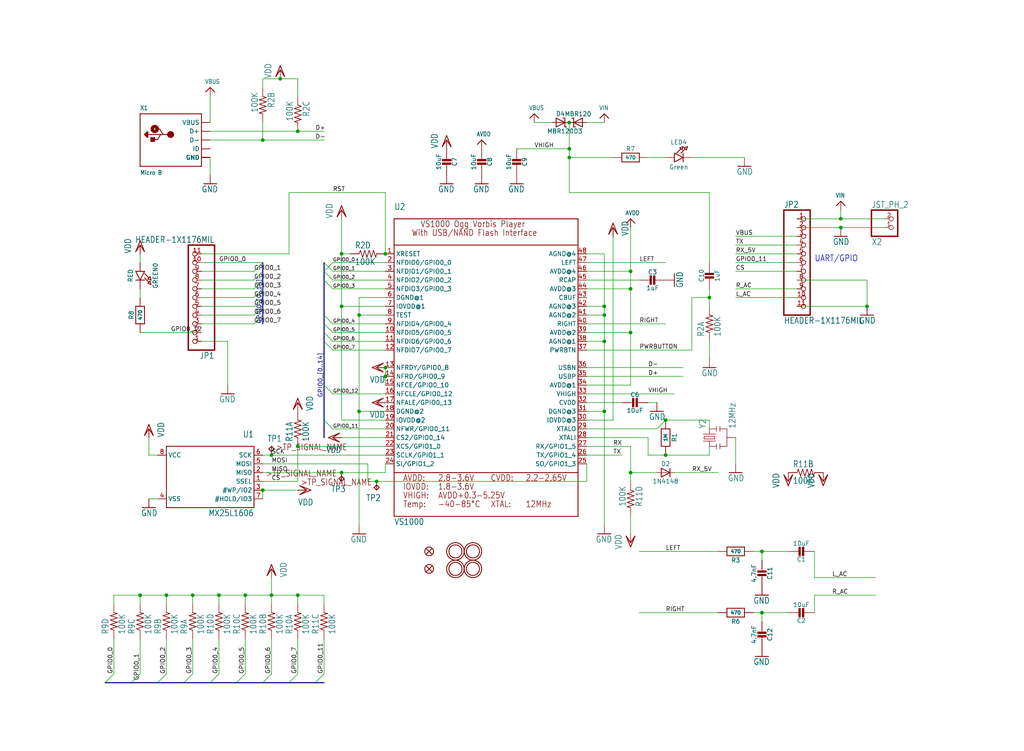
<source format=kicad_sch>
(kicad_sch (version 20211123) (generator eeschema)
  (paper "User" 297.002 217.932)
  (junction (at 175.26 119.38))
  (junction (at 220.98 160.02))
  (junction (at 71.12 172.72))
  (junction (at 243.84 63.5))
  (junction (at 243.84 66.04))
  (junction (at 182.88 137.16))
  (junction (at 104.14 91.44))
  (junction (at 111.76 109.22))
  (junction (at 86.36 129.54))
  (junction (at 76.2 40.64))
  (junction (at 63.5 172.72))
  (junction (at 175.26 99.06))
  (junction (at 99.06 88.9))
  (junction (at 193.04 132.08))
  (junction (at 182.88 83.82))
  (junction (at 78.74 132.08))
  (junction (at 175.26 91.44))
  (junction (at 40.64 172.72))
  (junction (at 86.36 172.72))
  (junction (at 76.2 142.24))
  (junction (at 251.46 88.9))
  (junction (at 193.04 121.92))
  (junction (at 165.1 43.18))
  (junction (at 109.22 139.7))
  (junction (at 165.1 45.72))
  (junction (at 86.36 38.1))
  (junction (at 111.76 106.68))
  (junction (at 182.88 96.52))
  (junction (at 182.88 78.74))
  (junction (at 175.26 88.9))
  (junction (at 111.76 73.66))
  (junction (at 104.14 119.38))
  (junction (at 165.1 35.56))
  (junction (at 205.74 86.36))
  (junction (at 99.06 73.66))
  (junction (at 78.74 172.72))
  (junction (at 99.06 137.16))
  (junction (at 220.98 177.8))
  (junction (at 55.88 172.72))
  (junction (at 81.28 22.86))
  (junction (at 48.26 172.72))
  (bus_entry (at 55.88 195.58) (size -2.54 2.54))
  (bus_entry (at 40.64 195.58) (size -2.54 2.54))
  (bus_entry (at 63.5 195.58) (size -2.54 2.54))
  (bus_entry (at 96.52 83.82) (size -2.54 -2.54))
  (bus_entry (at 96.52 96.52) (size -2.54 -2.54))
  (bus_entry (at 73.66 86.36) (size 2.54 -2.54))
  (bus_entry (at 93.98 195.58) (size -2.54 2.54))
  (bus_entry (at 73.66 78.74) (size 2.54 -2.54))
  (bus_entry (at 78.74 195.58) (size -2.54 2.54))
  (bus_entry (at 96.52 114.3) (size -2.54 -2.54))
  (bus_entry (at 96.52 99.06) (size -2.54 -2.54))
  (bus_entry (at 86.36 195.58) (size -2.54 2.54))
  (bus_entry (at 73.66 81.28) (size 2.54 -2.54))
  (bus_entry (at 96.52 101.6) (size -2.54 -2.54))
  (bus_entry (at 73.66 91.44) (size 2.54 -2.54))
  (bus_entry (at 73.66 93.98) (size 2.54 -2.54))
  (bus_entry (at 96.52 81.28) (size -2.54 -2.54))
  (bus_entry (at 73.66 83.82) (size 2.54 -2.54))
  (bus_entry (at 96.52 93.98) (size -2.54 -2.54))
  (bus_entry (at 73.66 88.9) (size 2.54 -2.54))
  (bus_entry (at 48.26 195.58) (size -2.54 2.54))
  (bus_entry (at 96.52 78.74) (size -2.54 -2.54))
  (bus_entry (at 33.02 195.58) (size -2.54 2.54))
  (bus_entry (at 96.52 124.46) (size -2.54 -2.54))
  (bus_entry (at 96.52 76.2) (size -2.54 2.54))
  (bus_entry (at 71.12 195.58) (size -2.54 2.54))
  (wire (pts (xy 170.18 139.7) (xy 170.18 134.62)))
  (wire (pts (xy 78.74 132.08) (xy 76.2 132.08)))
  (wire (pts (xy 111.76 99.06) (xy 96.52 99.06)))
  (wire (pts (xy 213.36 86.36) (xy 231.14 86.36)))
  (wire (pts (xy 243.84 66.04) (xy 231.14 66.04)))
  (wire (pts (xy 220.98 177.8) (xy 228.6 177.8)))
  (wire (pts (xy 111.76 86.36) (xy 104.14 86.36)))
  (bus (pts (xy 68.58 198.12) (xy 76.2 198.12)))
  (wire (pts (xy 111.76 129.54) (xy 86.36 129.54)))
  (wire (pts (xy 58.42 99.06) (xy 66.04 99.06)))
  (bus (pts (xy 76.2 86.36) (xy 76.2 88.9)))
  (bus (pts (xy 93.98 78.74) (xy 93.98 81.28)))
  (wire (pts (xy 106.68 139.7) (xy 109.22 139.7)))
  (wire (pts (xy 182.88 96.52) (xy 182.88 83.82)))
  (wire (pts (xy 236.22 177.8) (xy 236.22 172.72)))
  (wire (pts (xy 78.74 175.26) (xy 78.74 172.72)))
  (wire (pts (xy 58.42 73.66) (xy 83.82 73.66)))
  (wire (pts (xy 182.88 83.82) (xy 182.88 78.74)))
  (wire (pts (xy 40.64 73.66) (xy 40.64 76.2)))
  (wire (pts (xy 170.18 73.66) (xy 175.26 73.66)))
  (wire (pts (xy 104.14 119.38) (xy 104.14 152.4)))
  (wire (pts (xy 93.98 40.64) (xy 76.2 40.64)))
  (wire (pts (xy 58.42 88.9) (xy 73.66 88.9)))
  (wire (pts (xy 205.74 86.36) (xy 205.74 88.9)))
  (wire (pts (xy 190.5 124.46) (xy 193.04 121.92)))
  (wire (pts (xy 43.18 127) (xy 43.18 132.08)))
  (wire (pts (xy 40.64 175.26) (xy 40.64 172.72)))
  (wire (pts (xy 99.06 88.9) (xy 99.06 73.66)))
  (wire (pts (xy 109.22 139.7) (xy 170.18 139.7)))
  (bus (pts (xy 93.98 96.52) (xy 93.98 99.06)))
  (wire (pts (xy 83.82 55.88) (xy 111.76 55.88)))
  (wire (pts (xy 111.76 83.82) (xy 96.52 83.82)))
  (wire (pts (xy 165.1 45.72) (xy 165.1 55.88)))
  (wire (pts (xy 111.76 88.9) (xy 99.06 88.9)))
  (wire (pts (xy 40.64 83.82) (xy 40.64 86.36)))
  (wire (pts (xy 231.14 88.9) (xy 251.46 88.9)))
  (wire (pts (xy 93.98 175.26) (xy 93.98 172.72)))
  (bus (pts (xy 76.2 198.12) (xy 83.82 198.12)))
  (wire (pts (xy 170.18 76.2) (xy 193.04 76.2)))
  (bus (pts (xy 93.98 121.92) (xy 93.98 127)))
  (wire (pts (xy 175.26 88.9) (xy 170.18 88.9)))
  (wire (pts (xy 193.04 121.92) (xy 205.74 121.92)))
  (wire (pts (xy 58.42 91.44) (xy 73.66 91.44)))
  (wire (pts (xy 58.42 76.2) (xy 76.2 76.2)))
  (wire (pts (xy 111.76 96.52) (xy 96.52 96.52)))
  (wire (pts (xy 78.74 167.64) (xy 78.74 172.72)))
  (wire (pts (xy 170.18 132.08) (xy 180.34 132.08)))
  (wire (pts (xy 220.98 177.8) (xy 220.98 180.34)))
  (wire (pts (xy 175.26 73.66) (xy 175.26 88.9)))
  (wire (pts (xy 55.88 195.58) (xy 55.88 185.42)))
  (wire (pts (xy 251.46 81.28) (xy 251.46 88.9)))
  (bus (pts (xy 93.98 91.44) (xy 93.98 93.98)))
  (wire (pts (xy 190.5 137.16) (xy 182.88 137.16)))
  (wire (pts (xy 165.1 43.18) (xy 165.1 45.72)))
  (wire (pts (xy 111.76 93.98) (xy 96.52 93.98)))
  (wire (pts (xy 58.42 93.98) (xy 73.66 93.98)))
  (bus (pts (xy 93.98 99.06) (xy 93.98 111.76)))
  (wire (pts (xy 58.42 81.28) (xy 73.66 81.28)))
  (wire (pts (xy 111.76 111.76) (xy 111.76 109.22)))
  (wire (pts (xy 86.36 172.72) (xy 93.98 172.72)))
  (bus (pts (xy 93.98 111.76) (xy 93.98 121.92)))
  (wire (pts (xy 76.2 134.62) (xy 106.68 134.62)))
  (wire (pts (xy 99.06 137.16) (xy 111.76 137.16)))
  (wire (pts (xy 231.14 78.74) (xy 213.36 78.74)))
  (wire (pts (xy 111.76 132.08) (xy 78.74 132.08)))
  (wire (pts (xy 187.96 127) (xy 170.18 127)))
  (wire (pts (xy 111.76 55.88) (xy 111.76 73.66)))
  (wire (pts (xy 170.18 114.3) (xy 195.58 114.3)))
  (wire (pts (xy 231.14 73.66) (xy 213.36 73.66)))
  (wire (pts (xy 170.18 35.56) (xy 175.26 35.56)))
  (wire (pts (xy 86.36 22.86) (xy 86.36 27.94)))
  (wire (pts (xy 66.04 99.06) (xy 66.04 111.76)))
  (wire (pts (xy 175.26 119.38) (xy 175.26 152.4)))
  (wire (pts (xy 165.1 55.88) (xy 205.74 55.88)))
  (bus (pts (xy 93.98 81.28) (xy 93.98 91.44)))
  (wire (pts (xy 58.42 83.82) (xy 73.66 83.82)))
  (bus (pts (xy 60.96 198.12) (xy 68.58 198.12)))
  (wire (pts (xy 231.14 71.12) (xy 213.36 71.12)))
  (bus (pts (xy 93.98 76.2) (xy 93.98 78.74)))
  (wire (pts (xy 175.26 99.06) (xy 175.26 119.38)))
  (wire (pts (xy 205.74 83.82) (xy 205.74 86.36)))
  (wire (pts (xy 170.18 129.54) (xy 182.88 129.54)))
  (wire (pts (xy 76.2 40.64) (xy 60.96 40.64)))
  (wire (pts (xy 170.18 93.98) (xy 193.04 93.98)))
  (wire (pts (xy 200.66 101.6) (xy 200.66 86.36)))
  (wire (pts (xy 254 167.64) (xy 236.22 167.64)))
  (wire (pts (xy 170.18 121.92) (xy 177.8 121.92)))
  (wire (pts (xy 104.14 91.44) (xy 104.14 119.38)))
  (wire (pts (xy 111.76 127) (xy 99.06 127)))
  (wire (pts (xy 182.88 78.74) (xy 182.88 66.04)))
  (wire (pts (xy 231.14 76.2) (xy 213.36 76.2)))
  (wire (pts (xy 111.76 137.16) (xy 111.76 134.62)))
  (bus (pts (xy 76.2 91.44) (xy 76.2 93.98)))
  (wire (pts (xy 58.42 86.36) (xy 73.66 86.36)))
  (bus (pts (xy 30.48 198.12) (xy 38.1 198.12)))
  (bus (pts (xy 83.82 198.12) (xy 91.44 198.12)))
  (wire (pts (xy 76.2 25.4) (xy 76.2 22.86)))
  (wire (pts (xy 205.74 104.14) (xy 205.74 99.06)))
  (wire (pts (xy 205.74 129.54) (xy 205.74 132.08)))
  (wire (pts (xy 111.76 76.2) (xy 96.52 76.2)))
  (wire (pts (xy 187.96 132.08) (xy 187.96 127)))
  (wire (pts (xy 185.42 177.8) (xy 208.28 177.8)))
  (wire (pts (xy 78.74 172.72) (xy 86.36 172.72)))
  (wire (pts (xy 187.96 116.84) (xy 190.5 116.84)))
  (wire (pts (xy 185.42 160.02) (xy 208.28 160.02)))
  (wire (pts (xy 175.26 91.44) (xy 175.26 99.06)))
  (wire (pts (xy 200.66 45.72) (xy 215.9 45.72)))
  (wire (pts (xy 170.18 111.76) (xy 182.88 111.76)))
  (wire (pts (xy 218.44 177.8) (xy 220.98 177.8)))
  (wire (pts (xy 86.36 38.1) (xy 93.98 38.1)))
  (wire (pts (xy 170.18 109.22) (xy 198.12 109.22)))
  (wire (pts (xy 111.76 101.6) (xy 96.52 101.6)))
  (bus (pts (xy 76.2 88.9) (xy 76.2 91.44)))
  (wire (pts (xy 76.2 142.24) (xy 86.36 142.24)))
  (wire (pts (xy 170.18 119.38) (xy 175.26 119.38)))
  (wire (pts (xy 182.88 129.54) (xy 182.88 137.16)))
  (wire (pts (xy 33.02 195.58) (xy 33.02 185.42)))
  (wire (pts (xy 170.18 96.52) (xy 182.88 96.52)))
  (wire (pts (xy 177.8 45.72) (xy 165.1 45.72)))
  (wire (pts (xy 154.94 35.56) (xy 160.02 35.56)))
  (wire (pts (xy 200.66 86.36) (xy 205.74 86.36)))
  (wire (pts (xy 213.36 127) (xy 213.36 134.62)))
  (wire (pts (xy 111.76 114.3) (xy 96.52 114.3)))
  (wire (pts (xy 243.84 63.5) (xy 243.84 60.96)))
  (wire (pts (xy 111.76 121.92) (xy 99.06 121.92)))
  (wire (pts (xy 86.36 129.54) (xy 86.36 139.7)))
  (wire (pts (xy 55.88 175.26) (xy 55.88 172.72)))
  (wire (pts (xy 93.98 185.42) (xy 93.98 195.58)))
  (wire (pts (xy 48.26 175.26) (xy 48.26 172.72)))
  (wire (pts (xy 111.76 106.68) (xy 111.76 109.22)))
  (bus (pts (xy 53.34 198.12) (xy 60.96 198.12)))
  (wire (pts (xy 170.18 83.82) (xy 182.88 83.82)))
  (wire (pts (xy 63.5 175.26) (xy 63.5 172.72)))
  (wire (pts (xy 60.96 50.8) (xy 60.96 45.72)))
  (wire (pts (xy 195.58 137.16) (xy 208.28 137.16)))
  (wire (pts (xy 48.26 172.72) (xy 55.88 172.72)))
  (bus (pts (xy 76.2 81.28) (xy 76.2 83.82)))
  (wire (pts (xy 182.88 149.86) (xy 182.88 154.94)))
  (bus (pts (xy 93.98 93.98) (xy 93.98 96.52)))
  (wire (pts (xy 78.74 195.58) (xy 78.74 185.42)))
  (wire (pts (xy 106.68 134.62) (xy 106.68 139.7)))
  (wire (pts (xy 33.02 172.72) (xy 40.64 172.72)))
  (wire (pts (xy 205.74 55.88) (xy 205.74 76.2)))
  (wire (pts (xy 76.2 142.24) (xy 76.2 144.78)))
  (wire (pts (xy 182.88 137.16) (xy 182.88 139.7)))
  (wire (pts (xy 48.26 195.58) (xy 48.26 185.42)))
  (wire (pts (xy 111.76 119.38) (xy 104.14 119.38)))
  (wire (pts (xy 111.76 91.44) (xy 104.14 91.44)))
  (wire (pts (xy 58.42 78.74) (xy 73.66 78.74)))
  (wire (pts (xy 86.36 139.7) (xy 76.2 139.7)))
  (wire (pts (xy 231.14 68.58) (xy 213.36 68.58)))
  (wire (pts (xy 111.76 78.74) (xy 96.52 78.74)))
  (wire (pts (xy 99.06 73.66) (xy 99.06 63.5)))
  (wire (pts (xy 193.04 132.08) (xy 187.96 132.08)))
  (wire (pts (xy 236.22 172.72) (xy 254 172.72)))
  (wire (pts (xy 236.22 160.02) (xy 236.22 167.64)))
  (wire (pts (xy 104.14 86.36) (xy 104.14 91.44)))
  (bus (pts (xy 76.2 83.82) (xy 76.2 86.36)))
  (wire (pts (xy 175.26 88.9) (xy 175.26 91.44)))
  (wire (pts (xy 63.5 195.58) (xy 63.5 185.42)))
  (wire (pts (xy 76.2 35.56) (xy 76.2 40.64)))
  (wire (pts (xy 40.64 96.52) (xy 58.42 96.52)))
  (wire (pts (xy 40.64 195.58) (xy 40.64 185.42)))
  (wire (pts (xy 231.14 63.5) (xy 243.84 63.5)))
  (wire (pts (xy 71.12 175.26) (xy 71.12 172.72)))
  (wire (pts (xy 55.88 172.72) (xy 63.5 172.72)))
  (wire (pts (xy 81.28 22.86) (xy 86.36 22.86)))
  (wire (pts (xy 101.6 73.66) (xy 99.06 73.66)))
  (wire (pts (xy 33.02 175.26) (xy 33.02 172.72)))
  (wire (pts (xy 43.18 144.78) (xy 45.72 144.78)))
  (wire (pts (xy 231.14 81.28) (xy 251.46 81.28)))
  (wire (pts (xy 205.74 121.92) (xy 205.74 124.46)))
  (wire (pts (xy 187.96 45.72) (xy 193.04 45.72)))
  (wire (pts (xy 170.18 101.6) (xy 200.66 101.6)))
  (wire (pts (xy 243.84 63.5) (xy 256.54 63.5)))
  (wire (pts (xy 86.36 175.26) (xy 86.36 172.72)))
  (wire (pts (xy 43.18 132.08) (xy 45.72 132.08)))
  (wire (pts (xy 63.5 172.72) (xy 71.12 172.72)))
  (wire (pts (xy 40.64 172.72) (xy 48.26 172.72)))
  (wire (pts (xy 170.18 81.28) (xy 185.42 81.28)))
  (wire (pts (xy 76.2 137.16) (xy 99.06 137.16)))
  (wire (pts (xy 218.44 160.02) (xy 220.98 160.02)))
  (wire (pts (xy 170.18 116.84) (xy 180.34 116.84)))
  (bus (pts (xy 76.2 78.74) (xy 76.2 81.28)))
  (wire (pts (xy 170.18 91.44) (xy 175.26 91.44)))
  (wire (pts (xy 220.98 160.02) (xy 220.98 162.56)))
  (wire (pts (xy 86.36 195.58) (xy 86.36 185.42)))
  (wire (pts (xy 220.98 160.02) (xy 228.6 160.02)))
  (bus (pts (xy 38.1 198.12) (xy 45.72 198.12)))
  (wire (pts (xy 256.54 66.04) (xy 243.84 66.04)))
  (wire (pts (xy 111.76 81.28) (xy 96.52 81.28)))
  (wire (pts (xy 60.96 38.1) (xy 86.36 38.1)))
  (wire (pts (xy 76.2 22.86) (xy 81.28 22.86)))
  (wire (pts (xy 165.1 43.18) (xy 165.1 35.56)))
  (wire (pts (xy 182.88 111.76) (xy 182.88 96.52)))
  (wire (pts (xy 170.18 106.68) (xy 198.12 106.68)))
  (wire (pts (xy 205.74 132.08) (xy 193.04 132.08)))
  (wire (pts (xy 83.82 73.66) (xy 83.82 55.88)))
  (wire (pts (xy 170.18 124.46) (xy 190.5 124.46)))
  (wire (pts (xy 231.14 83.82) (xy 213.36 83.82)))
  (wire (pts (xy 111.76 124.46) (xy 96.52 124.46)))
  (wire (pts (xy 99.06 121.92) (xy 99.06 88.9)))
  (wire (pts (xy 71.12 172.72) (xy 78.74 172.72)))
  (bus (pts (xy 76.2 76.2) (xy 76.2 78.74)))
  (wire (pts (xy 170.18 78.74) (xy 182.88 78.74)))
  (wire (pts (xy 149.86 43.18) (xy 165.1 43.18)))
  (wire (pts (xy 170.18 99.06) (xy 175.26 99.06)))
  (bus (pts (xy 91.44 198.12) (xy 93.98 198.12)))
  (wire (pts (xy 71.12 195.58) (xy 71.12 185.42)))
  (bus (pts (xy 45.72 198.12) (xy 53.34 198.12)))
  (wire (pts (xy 60.96 27.94) (xy 60.96 35.56)))
  (wire (pts (xy 177.8 121.92) (xy 177.8 68.58)))
  (text "UART/GPIO" (at 236.22 76.2 180) (effects (font (size 1.778 1.5113)) (justify left bottom)))
  (label "GPIO0_5" (at 73.66 88.9 0) (effects (font (size 1.2446 1.2446))))
  (label "D-" (at 91.44 40.64 0) (effects (font (size 1.2446 1.2446))))
  (label "D+" (at 187.96 109.22 0) (effects (font (size 1.2446 1.2446))))
  (label "TX" (at 177.8 132.08 0) (effects (font (size 1.2446 1.2446))))
  (label "RX_5V" (at 200.66 137.16 0) (effects (font (size 1.2446 1.2446))))
  (label "CS" (at 78.74 139.7 0) (effects (font (size 1.2446 1.2446))))
  (label "LEFT" (at 193.04 160.02 0) (effects (font (size 1.2446 1.2446))))
  (label "GPIO0_11" (at 96.52 124.46 0) (effects (font (size 1.016 1.016))))
  (label "GPIO0_2" (at 48.26 195.58 90) (effects (font (size 1.2446 1.2446))))
  (label "GPIO0_4" (at 63.5 195.58 90) (effects (font (size 1.2446 1.2446))))
  (label "GPIO0_3" (at 96.52 83.82 0) (effects (font (size 1.016 1.016))))
  (label "GPIO0_1" (at 40.64 197.485 90) (effects (font (size 1.2446 1.2446))))
  (label "D-" (at 187.96 106.68 0) (effects (font (size 1.2446 1.2446))))
  (label "GPIO0_5" (at 71.12 195.58 90) (effects (font (size 1.2446 1.2446))))
  (label "MISO" (at 78.74 137.16 0) (effects (font (size 1.2446 1.2446))))
  (label "VHIGH" (at 154.94 43.18 0) (effects (font (size 1.2446 1.2446))))
  (label "CS" (at 213.36 78.74 0) (effects (font (size 1.2446 1.2446))))
  (label "GPIO0_7" (at 73.66 93.98 0) (effects (font (size 1.2446 1.2446))))
  (label "GPIO0_7" (at 96.52 101.6 0) (effects (font (size 1.016 1.016))))
  (label "GPIO0_6" (at 96.52 99.06 0) (effects (font (size 1.016 1.016))))
  (label "GPIO0_12" (at 49.53 96.52 0) (effects (font (size 1.2446 1.2446))))
  (label "L_AC" (at 213.36 86.36 0) (effects (font (size 1.2446 1.2446))))
  (label "D+" (at 91.44 38.1 0) (effects (font (size 1.2446 1.2446))))
  (label "GPIO0_6" (at 73.66 91.44 0) (effects (font (size 1.2446 1.2446))))
  (label "PWRBUTTON" (at 185.42 101.6 0) (effects (font (size 1.2446 1.2446))))
  (label "GPIO0_0" (at 96.52 76.2 0) (effects (font (size 1.016 1.016))))
  (label "GPIO0_2" (at 73.66 81.28 0) (effects (font (size 1.2446 1.2446))))
  (label "RIGHT" (at 193.04 177.8 0) (effects (font (size 1.2446 1.2446))))
  (label "RST" (at 96.52 55.88 0) (effects (font (size 1.2446 1.2446))))
  (label "MOSI" (at 78.74 134.62 0) (effects (font (size 1.2446 1.2446))))
  (label "GPIO0_4" (at 73.66 86.36 0) (effects (font (size 1.2446 1.2446))))
  (label "LEFT" (at 185.42 76.2 0) (effects (font (size 1.2446 1.2446))))
  (label "GPIO0_2" (at 96.52 81.28 0) (effects (font (size 1.016 1.016))))
  (label "GPIO0_5" (at 96.52 96.52 0) (effects (font (size 1.016 1.016))))
  (label "R_AC" (at 241.3 172.72 0) (effects (font (size 1.2446 1.2446))))
  (label "GPIO0_6" (at 78.74 195.58 90) (effects (font (size 1.2446 1.2446))))
  (label "RX" (at 177.8 129.54 0) (effects (font (size 1.2446 1.2446))))
  (label "GPIO0_[0..14]" (at 76.2 93.98 90) (effects (font (size 1.2446 1.2446))))
  (label "R_AC" (at 213.36 83.82 0) (effects (font (size 1.2446 1.2446))))
  (label "TX" (at 213.36 71.12 0) (effects (font (size 1.2446 1.2446))))
  (label "RX_5V" (at 213.36 73.66 0) (effects (font (size 1.2446 1.2446))))
  (label "GPIO0_[0..14]" (at 93.98 102.235 270) (effects (font (size 1.2446 1.2446))))
  (label "GPIO0_3" (at 73.66 83.82 0) (effects (font (size 1.2446 1.2446))))
  (label "GPIO0_0" (at 63.5 76.2 0) (effects (font (size 1.2446 1.2446))))
  (label "SCK" (at 78.74 132.08 0) (effects (font (size 1.2446 1.2446))))
  (label "GPIO0_0" (at 33.02 195.58 90) (effects (font (size 1.2446 1.2446))))
  (label "GPIO0_1" (at 96.52 78.74 0) (effects (font (size 1.016 1.016))))
  (label "GPIO0_7" (at 86.36 195.58 90) (effects (font (size 1.2446 1.2446))))
  (label "GPIO0_11" (at 213.36 76.2 0) (effects (font (size 1.2446 1.2446))))
  (label "GPIO0_4" (at 96.52 93.98 0) (effects (font (size 1.016 1.016))))
  (label "RIGHT" (at 185.42 93.98 0) (effects (font (size 1.2446 1.2446))))
  (label "L_AC" (at 241.3 167.64 0) (effects (font (size 1.2446 1.2446))))
  (label "GPIO0_3" (at 55.88 195.58 90) (effects (font (size 1.2446 1.2446))))
  (label "VHIGH" (at 187.96 114.3 0) (effects (font (size 1.2446 1.2446))))
  (label "GPIO0_12" (at 96.52 114.3 0) (effects (font (size 1.016 1.016))))
  (label "VBUS" (at 213.36 68.58 0) (effects (font (size 1.2446 1.2446))))
  (label "GPIO0_1" (at 73.66 78.74 0) (effects (font (size 1.2446 1.2446))))
  (label "GPIO0_11" (at 93.98 195.58 90) (effects (font (size 1.2446 1.2446))))
  (symbol (lib_id "eagleSchem-eagle-import:HEADER-1X1176MIL") (at 55.88 86.36 180) (unit 1)
    (property "Reference" "JP1" (at 62.23 102.235 0) (effects (font (size 1.778 1.5113)) (justify left bottom)))
    (property "Value" "HEADER-1X1176MIL" (at 62.23 68.58 0) (effects (font (size 1.778 1.5113)) (justify left bottom)))
    (property "Footprint" "eagleSchem:1X11_ROUND_76" (effects hide))
  )
  (symbol (lib_id "eagleSchem-eagle-import:TPB1,27") (at 78.74 129.54 0) (unit 1)
    (property "Reference" "TP1" (at 77.47 128.27 0) (effects (font (size 1.778 1.5113)) (justify left bottom)))
    (property "Value" "TPB1,27" (effects hide))
    (property "Footprint" "eagleSchem:B1,27" (effects hide))
  )
  (symbol (lib_id "eagleSchem-eagle-import:VBUS") (at 60.96 25.4 0) (unit 1)
    (property "Reference" "#U$9" (effects hide))
    (property "Value" "VBUS" (at 59.436 24.384 0) (effects (font (size 1.27 1.0795)) (justify left bottom)))
    (property "Footprint" "eagleSchem:" (effects hide))
  )
  (symbol (lib_id "eagleSchem-eagle-import:AVDD") (at 139.7 40.64 0) (unit 1)
    (property "Reference" "#U$4" (effects hide))
    (property "Value" "AVDD" (at 138.176 39.624 0) (effects (font (size 1.27 1.0795)) (justify left bottom)))
    (property "Footprint" "eagleSchem:" (effects hide))
  )
  (symbol (lib_id "eagleSchem-eagle-import:CAP_CERAMIC0805-NOOUTLINE") (at 190.5 81.28 90) (mirror x) (unit 1)
    (property "Reference" "C3" (at 189.25 78.99 90))
    (property "Value" "1uF" (at 189.25 83.58 90))
    (property "Footprint" "eagleSchem:0805-NO" (effects hide))
  )
  (symbol (lib_id "eagleSchem-eagle-import:CAP_CERAMIC0805-NOOUTLINE") (at 231.14 160.02 270) (mirror x) (unit 1)
    (property "Reference" "C1" (at 232.39 162.31 90))
    (property "Value" "10uF" (at 232.39 157.72 90))
    (property "Footprint" "eagleSchem:0805-NO" (effects hide))
  )
  (symbol (lib_id "eagleSchem-eagle-import:RESISTOR_4PACK_US") (at 48.26 180.34 90) (unit 2)
    (property "Reference" "R9" (at 46.7614 184.15 0) (effects (font (size 1.778 1.5113)) (justify left bottom)))
    (property "Value" "100K" (at 51.562 184.15 0) (effects (font (size 1.778 1.5113)) (justify left bottom)))
    (property "Footprint" "eagleSchem:RESPACK_4X0603" (effects hide))
  )
  (symbol (lib_id "eagleSchem-eagle-import:GND") (at 60.96 53.34 0) (unit 1)
    (property "Reference" "#GND1" (effects hide))
    (property "Value" "GND" (at 58.42 55.88 0) (effects (font (size 1.778 1.5113)) (justify left bottom)))
    (property "Footprint" "eagleSchem:" (effects hide))
  )
  (symbol (lib_id "eagleSchem-eagle-import:CAP_CERAMIC0805-NOOUTLINE") (at 220.98 185.42 0) (mirror y) (unit 1)
    (property "Reference" "C12" (at 223.27 184.17 90))
    (property "Value" "4.7nF" (at 218.68 184.17 90))
    (property "Footprint" "eagleSchem:0805-NO" (effects hide))
  )
  (symbol (lib_id "eagleSchem-eagle-import:GND") (at 205.74 106.68 0) (mirror y) (unit 1)
    (property "Reference" "#GND15" (effects hide))
    (property "Value" "GND" (at 208.28 109.22 0) (effects (font (size 1.778 1.5113)) (justify left bottom)))
    (property "Footprint" "eagleSchem:" (effects hide))
  )
  (symbol (lib_id "eagleSchem-eagle-import:VDD") (at 228.6 139.7 0) (mirror x) (unit 1)
    (property "Reference" "#VDD12" (effects hide))
    (property "Value" "VDD" (at 226.06 137.16 90) (effects (font (size 1.778 1.5113)) (justify left bottom)))
    (property "Footprint" "eagleSchem:" (effects hide))
  )
  (symbol (lib_id "eagleSchem-eagle-import:VIN") (at 243.84 58.42 0) (unit 1)
    (property "Reference" "#U$3" (effects hide))
    (property "Value" "VIN" (at 242.316 57.404 0) (effects (font (size 1.27 1.0795)) (justify left bottom)))
    (property "Footprint" "eagleSchem:" (effects hide))
  )
  (symbol (lib_id "eagleSchem-eagle-import:CON_JST_PH_2PIN") (at 259.08 63.5 0) (mirror x) (unit 1)
    (property "Reference" "X2" (at 252.73 69.215 0) (effects (font (size 1.778 1.5113)) (justify left bottom)))
    (property "Value" "JST_PH_2" (at 252.73 58.42 0) (effects (font (size 1.778 1.5113)) (justify left bottom)))
    (property "Footprint" "eagleSchem:JSTPH2" (effects hide))
  )
  (symbol (lib_id "eagleSchem-eagle-import:HEADER-1X1176MIL") (at 233.68 76.2 0) (unit 1)
    (property "Reference" "JP2" (at 227.33 60.325 0) (effects (font (size 1.778 1.5113)) (justify left bottom)))
    (property "Value" "HEADER-1X1176MIL" (at 227.33 93.98 0) (effects (font (size 1.778 1.5113)) (justify left bottom)))
    (property "Footprint" "eagleSchem:1X11_ROUND_76" (effects hide))
  )
  (symbol (lib_id "eagleSchem-eagle-import:CAP_CERAMIC0805-NOOUTLINE") (at 205.74 78.74 0) (mirror x) (unit 1)
    (property "Reference" "C10" (at 203.45 79.99 90))
    (property "Value" "1uF" (at 208.04 79.99 90))
    (property "Footprint" "eagleSchem:0805-NO" (effects hide))
  )
  (symbol (lib_id "eagleSchem-eagle-import:GND") (at 213.36 137.16 0) (mirror y) (unit 1)
    (property "Reference" "#GND5" (effects hide))
    (property "Value" "GND" (at 215.9 139.7 0) (effects (font (size 1.778 1.5113)) (justify left bottom)))
    (property "Footprint" "eagleSchem:" (effects hide))
  )
  (symbol (lib_id "eagleSchem-eagle-import:RESISTOR_4PACK_US") (at 233.68 137.16 0) (unit 2)
    (property "Reference" "R11" (at 229.87 135.6614 0) (effects (font (size 1.778 1.5113)) (justify left bottom)))
    (property "Value" "100K" (at 229.87 140.462 0) (effects (font (size 1.778 1.5113)) (justify left bottom)))
    (property "Footprint" "eagleSchem:RESPACK_4X0603" (effects hide))
  )
  (symbol (lib_id "eagleSchem-eagle-import:RESISTOR0805_NOOUTLINE") (at 213.36 177.8 0) (mirror x) (unit 1)
    (property "Reference" "R6" (at 213.36 180.34 0))
    (property "Value" "470" (at 213.36 177.8 0) (effects (font (size 1.016 1.016) bold)))
    (property "Footprint" "eagleSchem:0805-NO" (effects hide))
  )
  (symbol (lib_id "eagleSchem-eagle-import:VDD") (at 182.88 157.48 0) (mirror x) (unit 1)
    (property "Reference" "#VDD3" (effects hide))
    (property "Value" "VDD" (at 180.34 154.94 90) (effects (font (size 1.778 1.5113)) (justify left bottom)))
    (property "Footprint" "eagleSchem:" (effects hide))
  )
  (symbol (lib_id "eagleSchem-eagle-import:VS1000") (at 142.24 104.14 0) (unit 1)
    (property "Reference" "U2" (at 114.3 60.96 0) (effects (font (size 1.778 1.5113)) (justify left bottom)))
    (property "Value" "VS1000" (at 114.3 152.4 0) (effects (font (size 1.778 1.5113)) (justify left bottom)))
    (property "Footprint" "eagleSchem:LQFP48" (effects hide))
  )
  (symbol (lib_id "eagleSchem-eagle-import:MOUNTINGHOLE2.5") (at 137.16 165.1 0) (unit 1)
    (property "Reference" "U$5" (effects hide))
    (property "Value" "MOUNTINGHOLE2.5" (effects hide))
    (property "Footprint" "eagleSchem:MOUNTINGHOLE_2.5_PLATED" (effects hide))
  )
  (symbol (lib_id "eagleSchem-eagle-import:RESISTOR_4PACK_US") (at 76.2 30.48 270) (unit 2)
    (property "Reference" "R2" (at 77.6986 26.67 0) (effects (font (size 1.778 1.5113)) (justify left bottom)))
    (property "Value" "100K" (at 72.898 26.67 0) (effects (font (size 1.778 1.5113)) (justify left bottom)))
    (property "Footprint" "eagleSchem:RESPACK_4X0603" (effects hide))
  )
  (symbol (lib_id "eagleSchem-eagle-import:CAP_CERAMIC0805_10MGAP") (at 129.54 45.72 180) (unit 1)
    (property "Reference" "C7" (at 131.83 46.97 90))
    (property "Value" "10uF" (at 127.24 46.97 90))
    (property "Footprint" "eagleSchem:0805_10MGAP" (effects hide))
  )
  (symbol (lib_id "eagleSchem-eagle-import:VDD") (at 78.74 165.1 0) (mirror y) (unit 1)
    (property "Reference" "#VDD10" (effects hide))
    (property "Value" "VDD" (at 81.28 167.64 90) (effects (font (size 1.778 1.5113)) (justify left bottom)))
    (property "Footprint" "eagleSchem:" (effects hide))
  )
  (symbol (lib_id "eagleSchem-eagle-import:GND") (at 66.04 114.3 0) (unit 1)
    (property "Reference" "#GND14" (effects hide))
    (property "Value" "GND" (at 63.5 116.84 0) (effects (font (size 1.778 1.5113)) (justify left bottom)))
    (property "Footprint" "eagleSchem:" (effects hide))
  )
  (symbol (lib_id "eagleSchem-eagle-import:CAP_CERAMIC0805_10MGAP") (at 182.88 116.84 270) (unit 1)
    (property "Reference" "C6" (at 184.13 114.55 90))
    (property "Value" "10uF" (at 184.13 119.14 90))
    (property "Footprint" "eagleSchem:0805_10MGAP" (effects hide))
  )
  (symbol (lib_id "eagleSchem-eagle-import:MOUNTINGHOLE2.5") (at 132.08 165.1 0) (unit 1)
    (property "Reference" "U$7" (effects hide))
    (property "Value" "MOUNTINGHOLE2.5" (effects hide))
    (property "Footprint" "eagleSchem:MOUNTINGHOLE_2.5_PLATED" (effects hide))
  )
  (symbol (lib_id "eagleSchem-eagle-import:VDD") (at 109.22 116.84 90) (unit 1)
    (property "Reference" "#VDD15" (effects hide))
    (property "Value" "VDD" (at 111.76 119.38 90) (effects (font (size 1.778 1.5113)) (justify left bottom)))
    (property "Footprint" "eagleSchem:" (effects hide))
  )
  (symbol (lib_id "eagleSchem-eagle-import:RESISTOR0805_NOOUTLINE") (at 213.36 160.02 0) (mirror x) (unit 1)
    (property "Reference" "R3" (at 213.36 162.56 0))
    (property "Value" "470" (at 213.36 160.02 0) (effects (font (size 1.016 1.016) bold)))
    (property "Footprint" "eagleSchem:0805-NO" (effects hide))
  )
  (symbol (lib_id "eagleSchem-eagle-import:VDD") (at 129.54 40.64 0) (unit 1)
    (property "Reference" "#VDD2" (effects hide))
    (property "Value" "VDD" (at 127 43.18 90) (effects (font (size 1.778 1.5113)) (justify left bottom)))
    (property "Footprint" "eagleSchem:" (effects hide))
  )
  (symbol (lib_id "eagleSchem-eagle-import:MOUNTINGHOLE2.5") (at 132.08 160.02 0) (unit 1)
    (property "Reference" "U$6" (effects hide))
    (property "Value" "MOUNTINGHOLE2.5" (effects hide))
    (property "Footprint" "eagleSchem:MOUNTINGHOLE_2.5_PLATED" (effects hide))
  )
  (symbol (lib_id "eagleSchem-eagle-import:RESISTOR_4PACK_US") (at 63.5 180.34 90) (unit 4)
    (property "Reference" "R10" (at 62.0014 184.15 0) (effects (font (size 1.778 1.5113)) (justify left bottom)))
    (property "Value" "100K" (at 66.802 184.15 0) (effects (font (size 1.778 1.5113)) (justify left bottom)))
    (property "Footprint" "eagleSchem:RESPACK_4X0603" (effects hide))
  )
  (symbol (lib_id "eagleSchem-eagle-import:VDD") (at 238.76 139.7 0) (mirror x) (unit 1)
    (property "Reference" "#VDD11" (effects hide))
    (property "Value" "VDD" (at 236.22 137.16 90) (effects (font (size 1.778 1.5113)) (justify left bottom)))
    (property "Footprint" "eagleSchem:" (effects hide))
  )
  (symbol (lib_id "eagleSchem-eagle-import:GND") (at 215.9 48.26 0) (mirror y) (unit 1)
    (property "Reference" "#GND18" (effects hide))
    (property "Value" "GND" (at 218.44 50.8 0) (effects (font (size 1.778 1.5113)) (justify left bottom)))
    (property "Footprint" "eagleSchem:" (effects hide))
  )
  (symbol (lib_id "eagleSchem-eagle-import:GND") (at 195.58 81.28 90) (mirror x) (unit 1)
    (property "Reference" "#GND3" (effects hide))
    (property "Value" "GND" (at 198.12 78.74 0) (effects (font (size 1.778 1.5113)) (justify left bottom)))
    (property "Footprint" "eagleSchem:" (effects hide))
  )
  (symbol (lib_id "eagleSchem-eagle-import:FIDUCIAL{dblquote}{dblquote}") (at 124.46 160.02 0) (unit 1)
    (property "Reference" "FID2" (effects hide))
    (property "Value" "FIDUCIAL{dblquote}{dblquote}" (effects hide))
    (property "Footprint" "eagleSchem:FIDUCIAL_1MM" (effects hide))
  )
  (symbol (lib_id "eagleSchem-eagle-import:GND") (at 149.86 53.34 0) (unit 1)
    (property "Reference" "#GND10" (effects hide))
    (property "Value" "GND" (at 147.32 55.88 0) (effects (font (size 1.778 1.5113)) (justify left bottom)))
    (property "Footprint" "eagleSchem:" (effects hide))
  )
  (symbol (lib_id "eagleSchem-eagle-import:GND") (at 251.46 91.44 0) (mirror y) (unit 1)
    (property "Reference" "#GND17" (effects hide))
    (property "Value" "GND" (at 254 93.98 0) (effects (font (size 1.778 1.5113)) (justify left bottom)))
    (property "Footprint" "eagleSchem:" (effects hide))
  )
  (symbol (lib_id "eagleSchem-eagle-import:GND") (at 175.26 154.94 0) (unit 1)
    (property "Reference" "#GND11" (effects hide))
    (property "Value" "GND" (at 172.72 157.48 0) (effects (font (size 1.778 1.5113)) (justify left bottom)))
    (property "Footprint" "eagleSchem:" (effects hide))
  )
  (symbol (lib_id "eagleSchem-eagle-import:RESISTOR_4PACK_US") (at 86.36 124.46 90) (unit 1)
    (property "Reference" "R11" (at 84.8614 128.27 0) (effects (font (size 1.778 1.5113)) (justify left bottom)))
    (property "Value" "100K" (at 89.662 128.27 0) (effects (font (size 1.778 1.5113)) (justify left bottom)))
    (property "Footprint" "eagleSchem:RESPACK_4X0603" (effects hide))
  )
  (symbol (lib_id "eagleSchem-eagle-import:RESISTOR_4PACK_US") (at 86.36 33.02 270) (unit 3)
    (property "Reference" "R2" (at 87.8586 29.21 0) (effects (font (size 1.778 1.5113)) (justify left bottom)))
    (property "Value" "100K" (at 83.058 29.21 0) (effects (font (size 1.778 1.5113)) (justify left bottom)))
    (property "Footprint" "eagleSchem:RESPACK_4X0603" (effects hide))
  )
  (symbol (lib_id "eagleSchem-eagle-import:LED0805_NOOUTLINE") (at 198.12 45.72 0) (unit 1)
    (property "Reference" "LED4" (at 196.85 41.275 0))
    (property "Value" "Green" (at 196.85 48.514 0))
    (property "Footprint" "eagleSchem:CHIPLED_0805_NOOUTLINE" (effects hide))
  )
  (symbol (lib_id "eagleSchem-eagle-import:VDD") (at 86.36 116.84 0) (mirror y) (unit 1)
    (property "Reference" "#VDD4" (effects hide))
    (property "Value" "VDD" (at 88.9 119.38 90) (effects (font (size 1.778 1.5113)) (justify left bottom)))
    (property "Footprint" "eagleSchem:" (effects hide))
  )
  (symbol (lib_id "eagleSchem-eagle-import:RESISTOR_4PACK_US") (at 78.74 180.34 90) (unit 2)
    (property "Reference" "R10" (at 77.2414 184.15 0) (effects (font (size 1.778 1.5113)) (justify left bottom)))
    (property "Value" "100K" (at 82.042 184.15 0) (effects (font (size 1.778 1.5113)) (justify left bottom)))
    (property "Footprint" "eagleSchem:RESPACK_4X0603" (effects hide))
  )
  (symbol (lib_id "eagleSchem-eagle-import:RESISTOR_4PACK_US") (at 205.74 93.98 90) (unit 1)
    (property "Reference" "R2" (at 204.2414 97.79 0) (effects (font (size 1.778 1.5113)) (justify left bottom)))
    (property "Value" "100K" (at 209.042 97.79 0) (effects (font (size 1.778 1.5113)) (justify left bottom)))
    (property "Footprint" "eagleSchem:RESPACK_4X0603" (effects hide))
  )
  (symbol (lib_id "eagleSchem-eagle-import:RESISTOR_4PACK_US") (at 86.36 180.34 90) (unit 1)
    (property "Reference" "R10" (at 84.8614 184.15 0) (effects (font (size 1.778 1.5113)) (justify left bottom)))
    (property "Value" "100K" (at 89.662 184.15 0) (effects (font (size 1.778 1.5113)) (justify left bottom)))
    (property "Footprint" "eagleSchem:RESPACK_4X0603" (effects hide))
  )
  (symbol (lib_id "eagleSchem-eagle-import:AVDD") (at 182.88 63.5 0) (unit 1)
    (property "Reference" "#U$1" (effects hide))
    (property "Value" "AVDD" (at 181.356 62.484 0) (effects (font (size 1.27 1.0795)) (justify left bottom)))
    (property "Footprint" "eagleSchem:" (effects hide))
  )
  (symbol (lib_id "eagleSchem-eagle-import:USB_MICRO_20329_V2") (at 50.8 40.64 0) (unit 1)
    (property "Reference" "X1" (at 40.64 32.004 0) (effects (font (size 1.27 1.0795)) (justify left bottom)))
    (property "Value" "Micro B" (at 40.64 50.8 0) (effects (font (size 1.27 1.0795)) (justify left bottom)))
    (property "Footprint" "eagleSchem:4UCONN_20329_V2" (effects hide))
  )
  (symbol (lib_id "eagleSchem-eagle-import:DIODESOD-323") (at 193.04 137.16 0) (unit 1)
    (property "Reference" "D2" (at 193.04 134.62 0))
    (property "Value" "1N4148" (at 193.04 139.66 0))
    (property "Footprint" "eagleSchem:SOD-323" (effects hide))
  )
  (symbol (lib_id "eagleSchem-eagle-import:TPB1,27") (at 99.06 139.7 180) (unit 1)
    (property "Reference" "TP3" (at 100.33 140.97 0) (effects (font (size 1.778 1.5113)) (justify left bottom)))
    (property "Value" "TPB1,27" (effects hide))
    (property "Footprint" "eagleSchem:B1,27" (effects hide))
  )
  (symbol (lib_id "eagleSchem-eagle-import:RESISTOR0805_NOOUTLINE") (at 40.64 91.44 90) (mirror x) (unit 1)
    (property "Reference" "R8" (at 38.1 91.44 0))
    (property "Value" "470" (at 40.64 91.44 0) (effects (font (size 1.016 1.016) bold)))
    (property "Footprint" "eagleSchem:0805-NO" (effects hide))
  )
  (symbol (lib_id "eagleSchem-eagle-import:GND") (at 220.98 190.5 0) (unit 1)
    (property "Reference" "#GND13" (effects hide))
    (property "Value" "GND" (at 218.44 193.04 0) (effects (font (size 1.778 1.5113)) (justify left bottom)))
    (property "Footprint" "eagleSchem:" (effects hide))
  )
  (symbol (lib_id "eagleSchem-eagle-import:GND") (at 139.7 53.34 0) (unit 1)
    (property "Reference" "#GND9" (effects hide))
    (property "Value" "GND" (at 137.16 55.88 0) (effects (font (size 1.778 1.5113)) (justify left bottom)))
    (property "Footprint" "eagleSchem:" (effects hide))
  )
  (symbol (lib_id "eagleSchem-eagle-import:GND") (at 243.84 68.58 0) (mirror y) (unit 1)
    (property "Reference" "#GND6" (effects hide))
    (property "Value" "GND" (at 246.38 71.12 0) (effects (font (size 1.778 1.5113)) (justify left bottom)))
    (property "Footprint" "eagleSchem:" (effects hide))
  )
  (symbol (lib_id "eagleSchem-eagle-import:RESISTOR_4PACK_US") (at 33.02 180.34 90) (unit 4)
    (property "Reference" "R9" (at 31.5214 184.15 0) (effects (font (size 1.778 1.5113)) (justify left bottom)))
    (property "Value" "100K" (at 36.322 184.15 0) (effects (font (size 1.778 1.5113)) (justify left bottom)))
    (property "Footprint" "eagleSchem:RESPACK_4X0603" (effects hide))
  )
  (symbol (lib_id "eagleSchem-eagle-import:VDD") (at 109.22 106.68 90) (unit 1)
    (property "Reference" "#VDD14" (effects hide))
    (property "Value" "VDD" (at 111.76 109.22 90) (effects (font (size 1.778 1.5113)) (justify left bottom)))
    (property "Footprint" "eagleSchem:" (effects hide))
  )
  (symbol (lib_id "eagleSchem-eagle-import:GND") (at 190.5 119.38 0) (mirror y) (unit 1)
    (property "Reference" "#GND2" (effects hide))
    (property "Value" "GND" (at 193.04 121.92 0) (effects (font (size 1.778 1.5113)) (justify left bottom)))
    (property "Footprint" "eagleSchem:" (effects hide))
  )
  (symbol (lib_id "eagleSchem-eagle-import:GND") (at 220.98 172.72 0) (unit 1)
    (property "Reference" "#GND7" (effects hide))
    (property "Value" "GND" (at 218.44 175.26 0) (effects (font (size 1.778 1.5113)) (justify left bottom)))
    (property "Footprint" "eagleSchem:" (effects hide))
  )
  (symbol (lib_id "eagleSchem-eagle-import:VIN") (at 175.26 33.02 0) (unit 1)
    (property "Reference" "#U$2" (effects hide))
    (property "Value" "VIN" (at 173.736 32.004 0) (effects (font (size 1.27 1.0795)) (justify left bottom)))
    (property "Footprint" "eagleSchem:" (effects hide))
  )
  (symbol (lib_id "eagleSchem-eagle-import:VDD") (at 40.64 71.12 0) (unit 1)
    (property "Reference" "#VDD9" (effects hide))
    (property "Value" "VDD" (at 38.1 73.66 90) (effects (font (size 1.778 1.5113)) (justify left bottom)))
    (property "Footprint" "eagleSchem:" (effects hide))
  )
  (symbol (lib_id "eagleSchem-eagle-import:MOUNTINGHOLE2.5") (at 137.16 160.02 0) (unit 1)
    (property "Reference" "U$8" (effects hide))
    (property "Value" "MOUNTINGHOLE2.5" (effects hide))
    (property "Footprint" "eagleSchem:MOUNTINGHOLE_2.5_PLATED" (effects hide))
  )
  (symbol (lib_id "eagleSchem-eagle-import:RESISTOR_4PACK_US") (at 40.64 180.34 90) (unit 3)
    (property "Reference" "R9" (at 39.1414 184.15 0) (effects (font (size 1.778 1.5113)) (justify left bottom)))
    (property "Value" "100K" (at 43.942 184.15 0) (effects (font (size 1.778 1.5113)) (justify left bottom)))
    (property "Footprint" "eagleSchem:RESPACK_4X0603" (effects hide))
  )
  (symbol (lib_id "eagleSchem-eagle-import:LED0805_NOOUTLINE") (at 40.64 81.28 270) (unit 1)
    (property "Reference" "GREEN0" (at 45.085 80.01 0))
    (property "Value" "RED" (at 37.846 80.01 0))
    (property "Footprint" "eagleSchem:CHIPLED_0805_NOOUTLINE" (effects hide))
  )
  (symbol (lib_id "eagleSchem-eagle-import:VDD") (at 96.52 127 90) (unit 1)
    (property "Reference" "#VDD13" (effects hide))
    (property "Value" "VDD" (at 99.06 129.54 90) (effects (font (size 1.778 1.5113)) (justify left bottom)))
    (property "Footprint" "eagleSchem:" (effects hide))
  )
  (symbol (lib_id "eagleSchem-eagle-import:CAP_CERAMIC0805-NOOUTLINE") (at 231.14 177.8 270) (mirror x) (unit 1)
    (property "Reference" "C2" (at 232.39 180.09 90))
    (property "Value" "10uF" (at 232.39 175.5 90))
    (property "Footprint" "eagleSchem:0805-NO" (effects hide))
  )
  (symbol (lib_id "eagleSchem-eagle-import:VDD") (at 88.9 142.24 270) (mirror x) (unit 1)
    (property "Reference" "#VDD8" (effects hide))
    (property "Value" "VDD" (at 86.36 144.78 90) (effects (font (size 1.778 1.5113)) (justify left bottom)))
    (property "Footprint" "eagleSchem:" (effects hide))
  )
  (symbol (lib_id "eagleSchem-eagle-import:TPB1,27") (at 109.22 142.24 180) (unit 1)
    (property "Reference" "TP2" (at 110.49 143.51 0) (effects (font (size 1.778 1.5113)) (justify left bottom)))
    (property "Value" "TPB1,27" (effects hide))
    (property "Footprint" "eagleSchem:B1,27" (effects hide))
  )
  (symbol (lib_id "eagleSchem-eagle-import:RESISTOR_4PACK_US") (at 55.88 180.34 90) (unit 1)
    (property "Reference" "R9" (at 54.3814 184.15 0) (effects (font (size 1.778 1.5113)) (justify left bottom)))
    (property "Value" "100K" (at 59.182 184.15 0) (effects (font (size 1.778 1.5113)) (justify left bottom)))
    (property "Footprint" "eagleSchem:RESPACK_4X0603" (effects hide))
  )
  (symbol (lib_id "eagleSchem-eagle-import:CAP_CERAMIC0805-NOOUTLINE") (at 139.7 45.72 180) (unit 1)
    (property "Reference" "C8" (at 141.99 46.97 90))
    (property "Value" "10uF" (at 137.4 46.97 90))
    (property "Footprint" "eagleSchem:0805-NO" (effects hide))
  )
  (symbol (lib_id "eagleSchem-eagle-import:FIDUCIAL{dblquote}{dblquote}") (at 124.46 165.1 0) (unit 1)
    (property "Reference" "FID1" (effects hide))
    (property "Value" "FIDUCIAL{dblquote}{dblquote}" (effects hide))
    (property "Footprint" "eagleSchem:FIDUCIAL_1MM" (effects hide))
  )
  (symbol (lib_id "eagleSchem-eagle-import:RESONATORSMD") (at 205.74 127 90) (unit 1)
    (property "Reference" "Y2" (at 204.724 124.46 0) (effects (font (size 1.778 1.5113)) (justify left bottom)))
    (property "Value" "12MHz" (at 213.36 124.46 0) (effects (font (size 1.778 1.5113)) (justify left bottom)))
    (property "Footprint" "eagleSchem:RESONATOR-SMD" (effects hide))
  )
  (symbol (lib_id "eagleSchem-eagle-import:RESISTOR_4PACK_US") (at 93.98 180.34 90) (unit 3)
    (property "Reference" "R11" (at 92.4814 184.15 0) (effects (font (size 1.778 1.5113)) (justify left bottom)))
    (property "Value" "100K" (at 97.282 184.15 0) (effects (font (size 1.778 1.5113)) (justify left bottom)))
    (property "Footprint" "eagleSchem:RESPACK_4X0603" (effects hide))
  )
  (symbol (lib_id "eagleSchem-eagle-import:DIODE-SCHOTTKYSOD-123") (at 162.56 35.56 0) (unit 1)
    (property "Reference" "D4" (at 162.56 33.02 0))
    (property "Value" "MBR120" (at 162.56 38.06 0))
    (property "Footprint" "eagleSchem:SOD-123" (effects hide))
  )
  (symbol (lib_id "eagleSchem-eagle-import:RESISTOR0805_NOOUTLINE") (at 182.88 45.72 0) (mirror y) (unit 1)
    (property "Reference" "R7" (at 182.88 43.18 0))
    (property "Value" "470" (at 182.88 45.72 0) (effects (font (size 1.016 1.016) bold)))
    (property "Footprint" "eagleSchem:0805-NO" (effects hide))
  )
  (symbol (lib_id "eagleSchem-eagle-import:CAP_CERAMIC0805-NOOUTLINE") (at 220.98 167.64 0) (mirror y) (unit 1)
    (property "Reference" "C11" (at 223.27 166.39 90))
    (property "Value" "4.7nF" (at 218.68 166.39 90))
    (property "Footprint" "eagleSchem:0805-NO" (effects hide))
  )
  (symbol (lib_id "eagleSchem-eagle-import:RESISTOR_4PACK_US") (at 182.88 144.78 270) (unit 4)
    (property "Reference" "R11" (at 184.3786 140.97 0) (effects (font (size 1.778 1.5113)) (justify left bottom)))
    (property "Value" "100K" (at 179.578 140.97 0) (effects (font (size 1.778 1.5113)) (justify left bottom)))
    (property "Footprint" "eagleSchem:RESPACK_4X0603" (effects hide))
  )
  (symbol (lib_id "eagleSchem-eagle-import:GND") (at 104.14 154.94 0) (unit 1)
    (property "Reference" "#GND12" (effects hide))
    (property "Value" "GND" (at 101.6 157.48 0) (effects (font (size 1.778 1.5113)) (justify left bottom)))
    (property "Footprint" "eagleSchem:" (effects hide))
  )
  (symbol (lib_id "eagleSchem-eagle-import:VBUS") (at 154.94 33.02 0) (unit 1)
    (property "Reference" "#U$10" (effects hide))
    (property "Value" "VBUS" (at 153.416 32.004 0) (effects (font (size 1.27 1.0795)) (justify left bottom)))
    (property "Footprint" "eagleSchem:" (effects hide))
  )
  (symbol (lib_id "eagleSchem-eagle-import:RESISTOR_4PACK_US") (at 71.12 180.34 90) (unit 3)
    (property "Reference" "R10" (at 69.6214 184.15 0) (effects (font (size 1.778 1.5113)) (justify left bottom)))
    (property "Value" "100K" (at 74.422 184.15 0) (effects (font (size 1.778 1.5113)) (justify left bottom)))
    (property "Footprint" "eagleSchem:RESPACK_4X0603" (effects hide))
  )
  (symbol (lib_id "eagleSchem-eagle-import:VDD") (at 99.06 60.96 0) (unit 1)
    (property "Reference" "#VDD5" (effects hide))
    (property "Value" "VDD" (at 96.52 63.5 90) (effects (font (size 1.778 1.5113)) (justify left bottom)))
    (property "Footprint" "eagleSchem:" (effects hide))
  )
  (symbol (lib_id "eagleSchem-eagle-import:SPIFLASH_SOIC8208MIL") (at 60.96 139.7 0) (mirror y) (unit 1)
    (property "Reference" "U1" (at 73.66 127 0) (effects (font (size 1.778 1.5113)) (justify left bottom)))
    (property "Value" " MX25L1606" (at 73.66 149.86 0) (effects (font (size 1.778 1.5113)) (justify left bottom)))
    (property "Footprint" "eagleSchem:SOIC8_208MIL" (effects hide))
  )
  (symbol (lib_id "eagleSchem-eagle-import:VDD") (at 43.18 124.46 0) (mirror y) (unit 1)
    (property "Reference" "#VDD1" (effects hide))
    (property "Value" "VDD" (at 45.72 127 90) (effects (font (size 1.778 1.5113)) (justify left bottom)))
    (property "Footprint" "eagleSchem:" (effects hide))
  )
  (symbol (lib_id "eagleSchem-eagle-import:DIODE-SCHOTTKYSOD-123") (at 167.64 35.56 180) (unit 1)
    (property "Reference" "D3" (at 167.64 38.1 0))
    (property "Value" "MBR120" (at 167.64 33.06 0))
    (property "Footprint" "eagleSchem:SOD-123" (effects hide))
  )
  (symbol (lib_id "eagleSchem-eagle-import:CAP_CERAMIC0805-NOOUTLINE") (at 149.86 45.72 180) (unit 1)
    (property "Reference" "C9" (at 152.15 46.97 90))
    (property "Value" "10uF" (at 147.56 46.97 90))
    (property "Footprint" "eagleSchem:0805-NO" (effects hide))
  )
  (symbol (lib_id "eagleSchem-eagle-import:GND") (at 129.54 53.34 0) (unit 1)
    (property "Reference" "#GND8" (effects hide))
    (property "Value" "GND" (at 127 55.88 0) (effects (font (size 1.778 1.5113)) (justify left bottom)))
    (property "Footprint" "eagleSchem:" (effects hide))
  )
  (symbol (lib_id "eagleSchem-eagle-import:RESISTOR_0805MP") (at 193.04 127 270) (mirror x) (unit 1)
    (property "Reference" "R1" (at 195.58 127 0))
    (property "Value" "1M" (at 193.04 127 0) (effects (font (size 1.016 1.016) bold)))
    (property "Footprint" "eagleSchem:_0805MP" (effects hide))
  )
  (symbol (lib_id "eagleSchem-eagle-import:VDD") (at 177.8 66.04 0) (mirror y) (unit 1)
    (property "Reference" "#VDD6" (effects hide))
    (property "Value" "VDD" (at 180.34 68.58 90) (effects (font (size 1.778 1.5113)) (justify left bottom)))
    (property "Footprint" "eagleSchem:" (effects hide))
  )
  (symbol (lib_id "eagleSchem-eagle-import:RESISTOR_4PACK_US") (at 106.68 73.66 0) (unit 4)
    (property "Reference" "R2" (at 102.87 72.1614 0) (effects (font (size 1.778 1.5113)) (justify left bottom)))
    (property "Value" "100K" (at 102.87 76.962 0) (effects (font (size 1.778 1.5113)) (justify left bottom)))
    (property "Footprint" "eagleSchem:RESPACK_4X0603" (effects hide))
  )
  (symbol (lib_id "eagleSchem-eagle-import:VDD") (at 81.28 20.32 0) (unit 1)
    (property "Reference" "#VDD7" (effects hide))
    (property "Value" "VDD" (at 78.74 22.86 90) (effects (font (size 1.778 1.5113)) (justify left bottom)))
    (property "Footprint" "eagleSchem:" (effects hide))
  )
  (symbol (lib_id "eagleSchem-eagle-import:GND") (at 43.18 147.32 0) (mirror y) (unit 1)
    (property "Reference" "#GND4" (effects hide))
    (property "Value" "GND" (at 45.72 149.86 0) (effects (font (size 1.778 1.5113)) (justify left bottom)))
    (property "Footprint" "eagleSchem:" (effects hide))
  )
)
</source>
